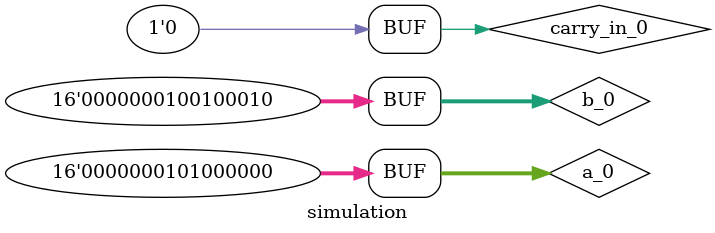
<source format=v>
`timescale 1ns / 1ps


module simulation( );
    
    reg [15:0]a_0;
    reg [15:0]b_0;
    wire c4_0;
    reg carry_in_0;
    wire [15:0]sum_0;

    design_1_wrapper sumator16b(a_0,
    b_0,
    c4_0,
    carry_in_0,
    sum_0
       
    );
    
    initial begin
      a_0 = 320; b_0 = 290;
      carry_in_0 = 0;
    end
endmodule

</source>
